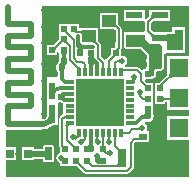
<source format=gtl>
G04*
G04 #@! TF.GenerationSoftware,Altium Limited,Altium Designer,20.0.1 (14)*
G04*
G04 Layer_Physical_Order=1*
G04 Layer_Color=255*
%FSLAX44Y44*%
%MOMM*%
G71*
G01*
G75*
%ADD12C,0.1800*%
%ADD18R,0.5080X0.5080*%
%ADD19R,0.5080X0.5080*%
%ADD20C,0.5000*%
%ADD21R,0.8000X1.5240*%
%ADD22R,0.8000X0.3302*%
%ADD23R,0.3302X0.8000*%
%ADD24R,3.8000X3.8000*%
%ADD25R,1.7000X0.8000*%
%ADD26R,0.7000X0.7000*%
%ADD27R,0.7000X0.5800*%
%ADD28R,1.6000X1.6000*%
%ADD29R,1.2000X1.0000*%
%ADD30R,1.4500X0.5500*%
%ADD31R,1.4500X0.5500*%
%ADD32R,0.7620X0.7620*%
%ADD33R,0.7620X0.7620*%
%ADD34C,0.5000*%
%ADD35C,0.3300*%
%ADD36C,0.1600*%
%ADD37C,0.3000*%
%ADD38C,0.4000*%
%ADD39C,0.2000*%
%ADD40R,1.4500X1.3750*%
%ADD41C,0.6000*%
G36*
X128609Y138061D02*
X126770Y137606D01*
X125106Y138770D01*
X125561Y140609D01*
X128609Y138061D01*
D02*
G37*
G36*
X96309Y131573D02*
X95178Y130441D01*
X93707Y130780D01*
X95969Y133043D01*
X96309Y131573D01*
D02*
G37*
G36*
X54599Y126532D02*
X52468Y126401D01*
X50997Y126741D01*
X54260D01*
X54599Y126532D01*
D02*
G37*
G36*
X63489Y127550D02*
Y125950D01*
X63010Y126490D01*
Y128350D01*
X63489Y127550D01*
D02*
G37*
G36*
X67061Y125150D02*
X66550Y125950D01*
Y127550D01*
X67031Y127719D01*
X67061Y125150D01*
D02*
G37*
G36*
X128609Y124439D02*
X125561Y121891D01*
X125106Y123730D01*
X126770Y124894D01*
X128609Y124439D01*
D02*
G37*
G36*
X49246Y118244D02*
X48859Y119131D01*
X49271Y120786D01*
X49246Y118244D01*
D02*
G37*
G36*
X54260Y117740D02*
X53756Y117746D01*
X54641Y118131D01*
X54260Y117740D01*
D02*
G37*
G36*
X77428Y117441D02*
X75957Y117781D01*
X78969D01*
X79309Y117822D01*
X77428Y117441D01*
D02*
G37*
G36*
X53756Y117746D02*
X52869Y117359D01*
X51214Y117771D01*
X53756Y117746D01*
D02*
G37*
G36*
X49631Y117359D02*
X49240Y117740D01*
X49246Y118244D01*
X49631Y117359D01*
D02*
G37*
G36*
X66534Y115991D02*
X68500Y115500D01*
Y112500D01*
X67128Y112157D01*
X67509Y111259D01*
X62491D01*
X63000Y112459D01*
X66501D01*
Y115950D01*
X62685Y114944D01*
X62500Y117791D01*
X65500Y117949D01*
X66534Y115991D01*
D02*
G37*
G36*
X98010Y111259D02*
X94247Y111229D01*
X95718Y111599D01*
X97980D01*
X98010Y111259D01*
D02*
G37*
G36*
X44260Y113759D02*
X44254Y113256D01*
X44641Y112369D01*
X44229Y110714D01*
X44254Y113256D01*
X43869Y114141D01*
X44260Y113759D01*
D02*
G37*
G36*
X157497Y105850D02*
X139200D01*
Y91028D01*
X138956Y90044D01*
X132508Y83595D01*
X131401Y83340D01*
X128777D01*
Y74660D01*
X128777D01*
Y74340D01*
X128777D01*
Y65660D01*
X137457D01*
Y67145D01*
X139200D01*
Y60850D01*
X157497D01*
Y55050D01*
X139200D01*
Y35450D01*
X157497D01*
Y4023D01*
X2753D01*
Y18200D01*
X10939D01*
Y28800D01*
X2753D01*
Y43250D01*
X32750D01*
Y44046D01*
X34000Y44094D01*
Y44094D01*
X37211Y44517D01*
X40203Y45756D01*
X41518Y46765D01*
X41751Y46915D01*
X41754Y46920D01*
X41759Y46923D01*
X41798Y46980D01*
X42359Y47410D01*
X46340D01*
Y54236D01*
X46345Y54260D01*
X46340Y54282D01*
X46344Y54305D01*
X46340Y54475D01*
Y55998D01*
X46406Y56500D01*
X46384D01*
Y62500D01*
X46340Y62723D01*
Y66561D01*
X47381Y67393D01*
X47627Y67228D01*
X48618Y67031D01*
X48634Y67022D01*
X50148Y66518D01*
X50669Y66171D01*
Y60798D01*
X50669D01*
Y57698D01*
X50669D01*
Y56734D01*
X50476Y56696D01*
X49616Y56121D01*
X49616Y56121D01*
X48594Y55100D01*
X48020Y54240D01*
X47818Y53225D01*
X47818Y53225D01*
Y29781D01*
X47818Y29781D01*
X48020Y28767D01*
X48368Y28246D01*
X48660Y24608D01*
Y24217D01*
X47822Y24051D01*
X46400Y23100D01*
X45450Y21678D01*
X45116Y20000D01*
X45450Y18322D01*
X46400Y16900D01*
X47822Y15949D01*
X48660Y15783D01*
Y12910D01*
X57340D01*
Y12910D01*
X57660D01*
Y12910D01*
X62122D01*
X62749Y12752D01*
X68176Y7326D01*
X68176Y7326D01*
X69036Y6751D01*
X70050Y6549D01*
X70050Y6549D01*
X105200D01*
X105200Y6549D01*
X106215Y6751D01*
X107074Y7326D01*
X110124Y10375D01*
X110125Y10375D01*
X110699Y11236D01*
X110901Y12250D01*
Y31652D01*
X112215Y32966D01*
X113450Y33050D01*
X113450Y33050D01*
X113450Y33050D01*
X115236D01*
X115258Y33045D01*
X115283Y33050D01*
X124050D01*
Y42450D01*
X122481D01*
X121882Y43570D01*
X122051Y43822D01*
X122384Y45500D01*
X122051Y47178D01*
X121100Y48600D01*
X120579Y48948D01*
X120374Y50578D01*
X120395Y50612D01*
X120530Y50757D01*
X120806Y50693D01*
X121127Y50479D01*
X123000Y50106D01*
X124873Y50479D01*
X126461Y51539D01*
X127521Y53127D01*
X127894Y55000D01*
X127521Y56873D01*
X127457Y56970D01*
Y58379D01*
X127459Y58385D01*
X127457Y58398D01*
Y58467D01*
X127462Y58491D01*
X127457Y58514D01*
Y65340D01*
X127457D01*
Y65660D01*
X127457D01*
Y74340D01*
X127457Y74340D01*
Y74660D01*
X127457D01*
X127457Y75610D01*
Y83340D01*
X123383D01*
X122456Y83554D01*
X120620Y85390D01*
X121146Y86660D01*
X127340D01*
Y87232D01*
X127702Y87304D01*
X128298Y87702D01*
X129298Y88702D01*
X129696Y89298D01*
X129835Y90000D01*
Y92726D01*
X130239Y93329D01*
X133165D01*
X133867Y93469D01*
X134462Y93867D01*
X136298Y95702D01*
X136695Y96298D01*
X136835Y97000D01*
Y108003D01*
X136976Y108211D01*
X138105Y108944D01*
X138250Y108915D01*
X141954D01*
X142250Y108856D01*
X142545Y108915D01*
X148954D01*
X149250Y108856D01*
X149545Y108915D01*
X152750D01*
X153452Y109054D01*
X154048Y109452D01*
X154446Y110048D01*
X154585Y110750D01*
Y119141D01*
X154609D01*
Y130361D01*
X143389D01*
Y126335D01*
X138250D01*
X138073Y126300D01*
X128729D01*
X127744Y126544D01*
X125855Y128433D01*
Y134067D01*
X127744Y135956D01*
X128729Y136200D01*
X141800D01*
Y145300D01*
X123700D01*
Y140729D01*
X123456Y139744D01*
X121570Y137857D01*
X120300Y138383D01*
Y145300D01*
X102200D01*
Y136200D01*
X119039D01*
X120145Y135250D01*
X120145Y134930D01*
Y127506D01*
X120145Y127250D01*
X119039Y126300D01*
X102200D01*
Y124177D01*
X102165Y124000D01*
Y114000D01*
X102304Y113298D01*
X102702Y112702D01*
X103298Y112304D01*
X104000Y112165D01*
X117240D01*
X122165Y107240D01*
Y105026D01*
X121728Y104373D01*
X121356Y102500D01*
X121728Y100627D01*
X122165Y99974D01*
Y98526D01*
X121728Y97873D01*
X121356Y96000D01*
X120814Y95340D01*
X118660D01*
Y94642D01*
X117487Y94157D01*
X115666Y95978D01*
X114773Y96574D01*
X113719Y96784D01*
X103205D01*
Y98302D01*
X104100Y98900D01*
X105050Y100322D01*
X105384Y102000D01*
X105050Y103678D01*
X104100Y105100D01*
X102678Y106051D01*
X101000Y106384D01*
X100822Y106349D01*
X99840Y107155D01*
Y110841D01*
X99874Y110875D01*
X99874Y110876D01*
X100449Y111735D01*
X100651Y112750D01*
Y128750D01*
X100651Y128750D01*
X100449Y129764D01*
X99874Y130625D01*
X97972Y132527D01*
X97800Y133273D01*
Y142550D01*
X82200D01*
Y128950D01*
X93477D01*
X94223Y128778D01*
X95349Y127652D01*
Y113848D01*
X94749Y113248D01*
X94122Y113090D01*
X91160D01*
Y107409D01*
X87877Y104126D01*
X87393Y103402D01*
X87050Y103223D01*
X85962Y103037D01*
X83151Y105848D01*
Y115500D01*
X82949Y116515D01*
X82374Y117374D01*
X80800Y118949D01*
Y129550D01*
X67137D01*
X67128Y129552D01*
X67113Y129550D01*
X67034D01*
X67009Y129555D01*
X66987Y129550D01*
X65200D01*
X64840Y130671D01*
Y133340D01*
X56160D01*
X56090Y133590D01*
X47410D01*
Y125860D01*
X47410Y124910D01*
X47410D01*
Y124590D01*
X47410D01*
Y120908D01*
X47209Y120102D01*
X42697Y115590D01*
X37410D01*
Y106910D01*
X46090D01*
Y109519D01*
X46140Y109564D01*
X47410Y109000D01*
Y108764D01*
X47405Y108741D01*
X47410Y108716D01*
Y108648D01*
X47408Y108635D01*
X47410Y108629D01*
X47410Y106910D01*
X47410D01*
Y106590D01*
X47410D01*
Y104871D01*
X47408Y104865D01*
X47410Y104852D01*
Y104783D01*
X47405Y104760D01*
X47410Y104735D01*
Y101760D01*
X46470Y100331D01*
X46289Y100211D01*
X45229Y98623D01*
X44856Y96750D01*
X45229Y94877D01*
X45654Y94240D01*
X46385Y92128D01*
Y89714D01*
X45115Y88500D01*
X37250Y88500D01*
Y54933D01*
X36764Y54205D01*
X36205Y53676D01*
X35394Y53134D01*
X34069Y52871D01*
X34000Y52884D01*
X32750D01*
Y148517D01*
X157497D01*
Y105850D01*
D02*
G37*
G36*
X53250Y107840D02*
X50250D01*
X49240Y108741D01*
X54260D01*
X53250Y107840D01*
D02*
G37*
G36*
X92991Y106241D02*
X96003D01*
X94532Y105901D01*
X92651Y106282D01*
X92991Y106241D01*
D02*
G37*
G36*
X54260Y104760D02*
X49240D01*
X50250Y105660D01*
X53250D01*
X54260Y104760D01*
D02*
G37*
G36*
X76500Y106737D02*
X76643Y106241D01*
X77509D01*
X76820Y105626D01*
X77239Y104175D01*
X80077Y102097D01*
X78457Y99474D01*
X76761Y99581D01*
X76248Y98101D01*
X73248Y98103D01*
X72350Y100699D01*
X76045Y100698D01*
X77238Y104174D01*
X72448Y104424D01*
X72999Y105787D01*
X72491Y106241D01*
X73182D01*
X73500Y107027D01*
X76500Y106737D01*
D02*
G37*
G36*
X99499Y100001D02*
X97132Y101200D01*
Y102800D01*
X99499Y103999D01*
Y100001D01*
D02*
G37*
G36*
X52312Y100111D02*
X52343Y99740D01*
X53812D01*
X52414Y98902D01*
X52494Y97963D01*
X47824Y99050D01*
X49312Y101312D01*
X52312Y100111D01*
D02*
G37*
G36*
X81370Y96501D02*
X78129D01*
X78199Y97401D01*
X81199D01*
X81370Y96501D01*
D02*
G37*
G36*
X76369Y96501D02*
X73128D01*
X73248Y97401D01*
X76248D01*
X76369Y96501D01*
D02*
G37*
G36*
X96353Y96470D02*
X93153D01*
X93953Y96980D01*
X95553D01*
X96353Y96470D01*
D02*
G37*
G36*
X86351D02*
X83151D01*
X83951Y96980D01*
X85551D01*
X86351Y96470D01*
D02*
G37*
G36*
X71347D02*
X68147D01*
X68947Y96980D01*
X70547D01*
X71347Y96470D01*
D02*
G37*
G36*
X91352Y96470D02*
X88152D01*
X88952Y96980D01*
X90552D01*
X91352Y96470D01*
D02*
G37*
G36*
X65545Y96470D02*
X63156Y93829D01*
X62743Y95484D01*
X63890Y96882D01*
X65545Y96470D01*
D02*
G37*
G36*
X149352Y93575D02*
X147026Y92662D01*
X145612Y94076D01*
X146525Y96402D01*
X149352Y93575D01*
D02*
G37*
G36*
X51250Y92352D02*
X48250D01*
X47351Y94949D01*
X52149D01*
X51250Y92352D01*
D02*
G37*
G36*
X101915Y94931D02*
Y93131D01*
X101375Y92231D01*
Y95831D01*
X101915Y94931D01*
D02*
G37*
G36*
X120300Y120700D02*
X125000Y116000D01*
X133000D01*
X135000Y114000D01*
Y97000D01*
X133165Y95165D01*
X128000D01*
Y90000D01*
X127000Y89000D01*
X124000D01*
Y108000D01*
X118000Y114000D01*
X104000D01*
Y124000D01*
X104117Y124116D01*
X120300D01*
X120300Y120700D01*
D02*
G37*
G36*
X143859Y88111D02*
X142020Y87656D01*
X140606Y89070D01*
X141061Y90909D01*
X143859Y88111D01*
D02*
G37*
G36*
X102231Y80803D02*
Y77703D01*
X102231D01*
Y70801D01*
X102231D01*
Y65800D01*
Y62699D01*
X102231D01*
Y55797D01*
X102231D01*
Y50796D01*
Y46769D01*
X93203D01*
Y46769D01*
X86301D01*
Y46769D01*
X78199D01*
Y46769D01*
X71297D01*
Y46769D01*
X62269D01*
Y50796D01*
Y55797D01*
X62269D01*
Y62699D01*
X62269D01*
Y65800D01*
Y70801D01*
X62269D01*
Y77703D01*
X62269D01*
Y80805D01*
X62269D01*
Y86731D01*
X71297D01*
Y86731D01*
X78199D01*
Y86731D01*
X86301D01*
Y86731D01*
X93203D01*
Y86731D01*
X102231D01*
Y80803D01*
D02*
G37*
G36*
X111900Y84668D02*
X110100D01*
X109543Y85848D01*
X109200Y85844D01*
X109466Y86013D01*
X109001Y86999D01*
X112999D01*
X111900Y84668D01*
D02*
G37*
G36*
X52499Y82635D02*
X52244Y82756D01*
Y85756D01*
X52499Y85876D01*
Y82635D01*
D02*
G37*
G36*
X136051Y81686D02*
X135626Y81510D01*
X131631D01*
X133470Y81934D01*
X136051Y81686D01*
D02*
G37*
G36*
X123153Y81510D02*
X120607Y78964D01*
X120225Y80619D01*
X121498Y81891D01*
X123153Y81510D01*
D02*
G37*
G36*
X44500Y76990D02*
X39500D01*
X39490Y78491D01*
X44510D01*
X44500Y76990D01*
D02*
G37*
G36*
X52499Y73751D02*
X53061Y73189D01*
X52582Y71750D01*
X53061Y70311D01*
X52499Y69749D01*
Y67630D01*
X52000Y67750D01*
Y69250D01*
X50939Y68189D01*
X49214Y68764D01*
X52200Y71750D01*
X49214Y74736D01*
X50939Y75311D01*
X52000Y74250D01*
Y75750D01*
X52499Y75872D01*
Y73751D01*
D02*
G37*
G36*
X44504Y75830D02*
X44877Y75819D01*
X44510Y75009D01*
X44114D01*
X44295Y74983D01*
X44302Y73476D01*
X40475Y74481D01*
X40697Y75009D01*
X39490D01*
X39500Y76509D01*
X44500D01*
X44504Y75830D01*
D02*
G37*
G36*
X117050Y72500D02*
X115450D01*
X114314Y73918D01*
X118186D01*
X117050Y72500D01*
D02*
G37*
G36*
X147846Y68432D02*
X145622Y69000D01*
X145025Y71000D01*
X147191Y72376D01*
X147846Y68432D01*
D02*
G37*
G36*
X120638Y68400D02*
X120127Y69200D01*
Y70800D01*
X120638Y71600D01*
Y68400D01*
D02*
G37*
G36*
X141061Y68000D02*
X140430Y69000D01*
Y71000D01*
X141061Y72000D01*
Y68000D01*
D02*
G37*
G36*
X136226Y71000D02*
Y69000D01*
X135596Y68000D01*
Y72000D01*
X136226Y71000D01*
D02*
G37*
G36*
X44500Y58491D02*
X39500D01*
X39490Y59991D01*
X44510D01*
X44500Y58491D01*
D02*
G37*
G36*
X124617Y59327D02*
X124884Y58491D01*
X125626D01*
X125048Y57975D01*
X125442Y56743D01*
X120994Y56851D01*
X121459Y52426D01*
X118964Y53000D01*
X118372Y56000D01*
X120733Y57093D01*
X121093Y58058D01*
X120607Y58491D01*
X121254D01*
X121617Y59462D01*
X124617Y59327D01*
D02*
G37*
G36*
X52530Y52647D02*
X52020Y53447D01*
Y55047D01*
X52530Y55847D01*
Y52647D01*
D02*
G37*
G36*
X44473Y55743D02*
X44510Y54260D01*
X39490D01*
Y49253D01*
X40475Y48234D01*
X39490Y49240D01*
Y49253D01*
X36963Y51866D01*
X39490Y54260D01*
X39474Y55971D01*
X44473Y55743D01*
D02*
G37*
G36*
X112892Y50746D02*
Y47746D01*
X112001Y47625D01*
Y50866D01*
X112892Y50746D01*
D02*
G37*
G36*
X54800Y47145D02*
X53200D01*
X52499Y47625D01*
X55600D01*
X54800Y47145D01*
D02*
G37*
G36*
X117221Y43124D02*
X114335Y43350D01*
X114025Y45150D01*
X115932Y46905D01*
X117221Y43124D01*
D02*
G37*
G36*
X101915Y41869D02*
Y40069D01*
X101375Y39169D01*
Y42769D01*
X101915Y41869D01*
D02*
G37*
G36*
X95553Y36519D02*
X93953D01*
X93153Y37030D01*
X96353D01*
X95553Y36519D01*
D02*
G37*
G36*
X85551D02*
X83951D01*
X83151Y37030D01*
X86351D01*
X85551Y36519D01*
D02*
G37*
G36*
X70547D02*
X68947D01*
X68147Y37030D01*
X71347D01*
X70547Y36519D01*
D02*
G37*
G36*
X76248Y36100D02*
X73248D01*
X73128Y36999D01*
X76369D01*
X76248Y36100D01*
D02*
G37*
G36*
X62812Y38312D02*
X63156Y38850D01*
X63143Y38114D01*
X63250Y38050D01*
Y36450D01*
X61273Y35267D01*
Y39233D01*
X62812Y38312D01*
D02*
G37*
G36*
X115281Y34880D02*
X114801Y34950D01*
Y36550D01*
X115311Y37350D01*
X115281Y34880D01*
D02*
G37*
G36*
X90439Y37030D02*
X91352D01*
X90721Y36628D01*
X91590Y34622D01*
X87600Y34874D01*
X88667Y36701D01*
X88152Y37030D01*
X88859D01*
X88952Y37189D01*
X90439Y37030D01*
D02*
G37*
G36*
X80684Y37030D02*
X81349D01*
X80883Y36732D01*
X82044Y34991D01*
X78078Y34488D01*
X78842Y36588D01*
X78149Y37030D01*
X79618D01*
X80549Y37232D01*
X80684Y37030D01*
D02*
G37*
G36*
X69868Y35024D02*
X68960Y32555D01*
X66241Y35487D01*
X68808Y36227D01*
X69868Y35024D01*
D02*
G37*
G36*
X86351Y29729D02*
X83151D01*
X83951Y30240D01*
X85551D01*
X86351Y29729D01*
D02*
G37*
G36*
X77301Y29175D02*
X72510Y28923D01*
X73248Y31485D01*
X76248Y31778D01*
X77301Y29175D01*
D02*
G37*
G36*
X61753Y29760D02*
X59490Y27497D01*
X59151Y28968D01*
X60282Y30099D01*
X61753Y29760D01*
D02*
G37*
G36*
X100038Y27059D02*
X97025Y27089D01*
X96686Y27047D01*
X98567Y27429D01*
X100038Y27059D01*
D02*
G37*
G36*
X55510Y29760D02*
X50490Y24741D01*
X50151Y28968D01*
X51282Y30099D01*
X55510Y29760D01*
D02*
G37*
G36*
X87599Y25532D02*
X86468Y24401D01*
X84997Y24741D01*
X87260Y27003D01*
X87599Y25532D01*
D02*
G37*
G36*
X89453Y22286D02*
X87750Y23450D01*
Y25050D01*
X89453Y26214D01*
Y22286D01*
D02*
G37*
G36*
X82240Y14741D02*
X81040Y15250D01*
Y19250D01*
X82240Y19760D01*
Y14741D01*
D02*
G37*
G36*
X64849Y15532D02*
X63718Y14401D01*
X62247Y14771D01*
X64479Y17003D01*
X64849Y15532D01*
D02*
G37*
G36*
X74099Y15532D02*
X72968Y14401D01*
X71497Y14771D01*
X73729Y17003D01*
X74099Y15532D01*
D02*
G37*
G36*
X97025Y11910D02*
X96545D01*
Y13510D01*
X97056Y14310D01*
X97025Y11910D01*
D02*
G37*
%LPC*%
G36*
X41639Y30834D02*
X35639D01*
X34937Y30695D01*
X34341Y30297D01*
X33944Y29701D01*
X33804Y28999D01*
Y27835D01*
X26550D01*
Y28800D01*
X15950D01*
Y18200D01*
X26550D01*
Y19165D01*
X33804D01*
Y18001D01*
X33944Y17299D01*
X34341Y16703D01*
X34937Y16305D01*
X35639Y16166D01*
X41639Y16166D01*
X42341Y16305D01*
X42936Y16703D01*
X43334Y17299D01*
X43474Y18001D01*
X43474Y28999D01*
X43334Y29701D01*
X42936Y30297D01*
X42341Y30695D01*
X41639Y30834D01*
D02*
G37*
%LPD*%
G36*
X41639Y18001D02*
X35639Y18001D01*
Y21001D01*
X21250D01*
Y25999D01*
X35639D01*
Y28999D01*
X41639D01*
X41639Y18001D01*
D02*
G37*
D12*
X106469Y40969D02*
X109750Y44250D01*
X99754Y40969D02*
X106469D01*
X109750Y44250D02*
X116366D01*
X118000Y45884D01*
X99754Y94031D02*
X113719D01*
X117000Y85117D02*
Y90750D01*
X113719Y94031D02*
X117000Y90750D01*
X56850Y102650D02*
X64746Y94754D01*
X56850Y102650D02*
Y114650D01*
X50750Y119750D02*
X51750D01*
X41750Y110750D02*
X50750Y119750D01*
X64746Y92531D02*
Y94754D01*
X51750Y119750D02*
X56850Y114650D01*
X117000Y85117D02*
X123117Y79000D01*
X111000Y84500D02*
Y88500D01*
X110754Y84254D02*
X111000Y84500D01*
X108031Y84254D02*
X110754D01*
D18*
X51750Y120250D02*
D03*
X41750D02*
D03*
X51750Y102250D02*
D03*
X41750D02*
D03*
X123117Y61000D02*
D03*
X133117D02*
D03*
X123000Y91000D02*
D03*
X133000D02*
D03*
X51750Y111250D02*
D03*
X41750D02*
D03*
Y129250D02*
D03*
X51750D02*
D03*
X75000Y108750D02*
D03*
X65000D02*
D03*
X123117Y79000D02*
D03*
X133117D02*
D03*
X123117Y70000D02*
D03*
X133117D02*
D03*
X85500Y108750D02*
D03*
X95500D02*
D03*
D19*
X84750Y27250D02*
D03*
Y17250D02*
D03*
X42000Y62500D02*
D03*
Y72500D02*
D03*
Y91000D02*
D03*
Y81000D02*
D03*
Y41750D02*
D03*
Y51750D02*
D03*
X53000Y27250D02*
D03*
Y17250D02*
D03*
X62000D02*
D03*
Y27250D02*
D03*
X71250Y17250D02*
D03*
Y27250D02*
D03*
X60500Y129000D02*
D03*
Y139000D02*
D03*
D20*
X34000Y48500D02*
D03*
X82500Y68000D02*
D03*
X70000D02*
D03*
X95000D02*
D03*
Y57500D02*
D03*
X82250D02*
D03*
X70000D02*
D03*
X118000Y45500D02*
D03*
X66500Y33000D02*
D03*
X89500Y33250D02*
D03*
X80250D02*
D03*
X79500Y21500D02*
D03*
X91000Y24250D02*
D03*
X59750Y37250D02*
D03*
X49500Y20000D02*
D03*
X65000Y114000D02*
D03*
X100250Y133750D02*
D03*
X35000Y144750D02*
D03*
X88000Y114750D02*
D03*
X35000Y117000D02*
D03*
Y131000D02*
D03*
Y99000D02*
D03*
Y85000D02*
D03*
Y70000D02*
D03*
Y56750D02*
D03*
X13250Y23500D02*
D03*
X149000Y19850D02*
D03*
Y96050D02*
D03*
Y70650D02*
D03*
X116250Y75500D02*
D03*
X48250Y144500D02*
D03*
X12750Y15250D02*
D03*
X20000D02*
D03*
X6750Y7250D02*
D03*
X101000Y102000D02*
D03*
X102250Y110250D02*
D03*
X82500Y78500D02*
D03*
X95000D02*
D03*
X70000D02*
D03*
X153000Y31000D02*
D03*
Y8000D02*
D03*
X143000Y133000D02*
D03*
X117000Y131000D02*
D03*
X111000D02*
D03*
X105000D02*
D03*
X154000Y133000D02*
D03*
X151000Y144000D02*
D03*
X7000Y40000D02*
D03*
Y14000D02*
D03*
Y33000D02*
D03*
X15750Y31750D02*
D03*
X23000Y32000D02*
D03*
X35000Y35000D02*
D03*
X41000Y34000D02*
D03*
X30000Y31000D02*
D03*
X38000Y41000D02*
D03*
X108000Y104000D02*
D03*
X111000Y88500D02*
D03*
D21*
X134005Y19500D02*
D03*
X100995D02*
D03*
D22*
X56469Y84256D02*
D03*
X56469Y79253D02*
D03*
X56469Y74252D02*
D03*
X56469Y69251D02*
D03*
Y64249D02*
D03*
X56469Y59248D02*
D03*
X56469Y54247D02*
D03*
Y49246D02*
D03*
X108031D02*
D03*
Y54247D02*
D03*
X108031Y59248D02*
D03*
X108031Y64249D02*
D03*
Y69251D02*
D03*
X108031Y74252D02*
D03*
X108031Y79253D02*
D03*
Y84254D02*
D03*
D23*
X64746Y40969D02*
D03*
X69747D02*
D03*
X74748Y40969D02*
D03*
X79749Y40969D02*
D03*
X84751D02*
D03*
X89752Y40969D02*
D03*
X94753Y40969D02*
D03*
X99754D02*
D03*
Y92531D02*
D03*
X94753D02*
D03*
X89752Y92531D02*
D03*
X84751Y92531D02*
D03*
X79749D02*
D03*
X74748Y92531D02*
D03*
X69747Y92531D02*
D03*
X64746D02*
D03*
D24*
X82250Y66750D02*
D03*
D25*
X22000Y39000D02*
D03*
Y8000D02*
D03*
D26*
X21250Y23500D02*
D03*
X5639D02*
D03*
D27*
X118750Y37750D02*
D03*
X130750D02*
D03*
D28*
X149000Y96050D02*
D03*
Y70650D02*
D03*
Y45250D02*
D03*
Y19850D02*
D03*
D29*
X90000Y135750D02*
D03*
X73000D02*
D03*
Y122750D02*
D03*
X90000D02*
D03*
D30*
X132750Y121750D02*
D03*
D31*
X132750Y131250D02*
D03*
Y140750D02*
D03*
X111250D02*
D03*
Y121750D02*
D03*
D32*
X130749Y104749D02*
D03*
X117749D02*
D03*
D33*
X148999Y124751D02*
D03*
Y137751D02*
D03*
D34*
X34000Y48500D02*
G03*
X42000Y56500I0J8000D01*
G01*
X4000Y48500D02*
X34000D01*
X4000D02*
Y63500D01*
X24000D01*
X4000Y73500D02*
X24000D01*
Y63500D02*
Y73500D01*
X4000D02*
Y83500D01*
X24000D01*
X4000Y93500D02*
X24000D01*
Y83500D02*
Y93500D01*
X4000D02*
Y103500D01*
X24000D01*
X4000Y113500D02*
X24000D01*
Y103500D02*
Y113500D01*
X4000D02*
Y123500D01*
X24000D01*
X4000Y133500D02*
Y147250D01*
Y133500D02*
X24000D01*
Y123500D02*
Y133500D01*
X42000Y72500D02*
Y81000D01*
Y56500D02*
Y62500D01*
D35*
X48753Y79253D02*
G03*
X42000Y72500I0J-6753D01*
G01*
X48753Y79253D02*
X56469D01*
D36*
X111250Y35750D02*
X116750D01*
X108250Y32750D02*
X111250Y35750D01*
X108250Y12250D02*
Y32750D01*
X116750Y35750D02*
X118750Y37750D01*
X66712Y33000D02*
X69747Y36035D01*
X66500Y33000D02*
X66712D01*
X79749Y33751D02*
Y40969D01*
Y33751D02*
X80250Y33250D01*
X105200Y9200D02*
X108250Y12250D01*
X70050Y9200D02*
X105200D01*
X97075Y12710D02*
X100995Y16630D01*
X75790Y12710D02*
X97075D01*
X71250Y17250D02*
X75790Y12710D01*
X62000Y17250D02*
X70050Y9200D01*
X100995Y16630D02*
Y20250D01*
Y23870D01*
X69747Y36035D02*
Y40969D01*
X64746Y38746D02*
Y40969D01*
X63250Y37250D02*
X64746Y38746D01*
X59750Y37250D02*
X63250D01*
X87750Y24250D02*
X91000D01*
X89752Y33498D02*
X90500Y32750D01*
X94753Y30111D02*
Y40969D01*
Y30111D02*
X100995Y23870D01*
X84750Y27250D02*
X87750Y24250D01*
X54000Y35250D02*
Y49246D01*
Y35250D02*
X62000Y27250D01*
X50469Y29781D02*
X53000Y27250D01*
X50469Y29781D02*
Y53225D01*
X51491Y54247D01*
X54000Y49246D02*
X56467D01*
X84751Y27251D02*
Y40969D01*
X84750Y27250D02*
X84751Y27251D01*
X51491Y54247D02*
X56469D01*
X69250Y126750D02*
X80500Y115500D01*
X84751Y92531D02*
Y100499D01*
X80500Y104750D02*
X84751Y100499D01*
X80500Y104750D02*
Y115500D01*
X95500Y108750D02*
Y110250D01*
Y108000D02*
Y108750D01*
X89500Y137250D02*
X98000Y128750D01*
Y112750D02*
Y128750D01*
X95500Y110250D02*
X98000Y112750D01*
X89752Y102252D02*
X95500Y108000D01*
X51250Y128750D02*
X60000Y120000D01*
X69747Y92531D02*
Y99003D01*
X67250Y101500D02*
X69747Y99003D01*
X62750Y101500D02*
X67250D01*
X60000Y104250D02*
X62750Y101500D01*
X60000Y104250D02*
Y120000D01*
X62000Y126750D02*
X69250D01*
X60250Y128500D02*
X62000Y126750D01*
X89752Y92531D02*
Y102252D01*
X96750Y102000D02*
X101000D01*
X94753Y100003D02*
X96750Y102000D01*
X94753Y92531D02*
Y100003D01*
X116250Y72500D02*
Y75500D01*
X118750Y70000D02*
X123117D01*
X116250Y72500D02*
X118750Y70000D01*
X89752Y33498D02*
Y40969D01*
D37*
X122500Y54500D02*
X123117Y55117D01*
X74748Y27006D02*
Y40969D01*
X75000Y26754D02*
Y27250D01*
X50812Y96750D02*
Y101312D01*
X112892Y49246D02*
X118146Y54500D01*
X108031Y49246D02*
X112892D01*
X49500Y71750D02*
X52000Y74250D01*
X49500Y71750D02*
X52000Y69250D01*
Y74250D02*
X56467D01*
X56469Y74252D01*
X52000Y69250D02*
X56468D01*
X56469Y69251D01*
X50812Y101312D02*
X51750Y102250D01*
X49750Y86750D02*
Y96750D01*
Y86750D02*
X52244Y84256D01*
X64000Y115000D02*
Y123250D01*
Y115000D02*
X65000Y114000D01*
X76250D01*
X65000Y108750D02*
X65000Y108750D01*
X118146Y54500D02*
X122500D01*
X79699Y92581D02*
Y100353D01*
X77553Y102500D02*
X79699Y100353D01*
X74750Y102500D02*
X77553D01*
X79699Y92581D02*
X79749Y92531D01*
X122500Y54500D02*
X122500D01*
X123000Y55000D01*
X123117Y55117D02*
Y61000D01*
X75000Y108750D02*
Y109000D01*
Y102750D02*
Y108750D01*
X74750Y102500D02*
X75000Y102750D01*
X74748Y102500D02*
X74750D01*
X74748Y94031D02*
Y102500D01*
X51750Y102250D02*
Y110750D01*
X52244Y84256D02*
X56469D01*
D38*
X80500Y17250D02*
X84750D01*
X79691Y18059D02*
X80500Y17250D01*
X79691Y18059D02*
Y21309D01*
X79500Y21500D02*
X79691Y21309D01*
X65000Y108750D02*
Y114000D01*
D39*
X123000Y127250D02*
Y135250D01*
Y127250D02*
X128500Y121750D01*
X123000Y135250D02*
X128500Y140750D01*
X132750D02*
X133000D01*
X128500D02*
X132750D01*
X132750Y121750D02*
X133000D01*
X128500D02*
X132750D01*
X133117Y70000D02*
X148350D01*
X149000Y70650D01*
X132533Y79583D02*
X149000Y96050D01*
X147650Y72000D02*
X149000Y70650D01*
D40*
X145500Y117625D02*
D03*
D41*
X145750Y45000D02*
D03*
X126250Y96000D02*
D03*
X75000Y27250D02*
D03*
X126250Y102500D02*
D03*
X49500Y71750D02*
D03*
X49750Y96750D02*
D03*
X74750Y102500D02*
D03*
X152250Y45000D02*
D03*
X123000Y55000D02*
D03*
X149250Y113750D02*
D03*
X142250D02*
D03*
X21000Y23500D02*
D03*
M02*

</source>
